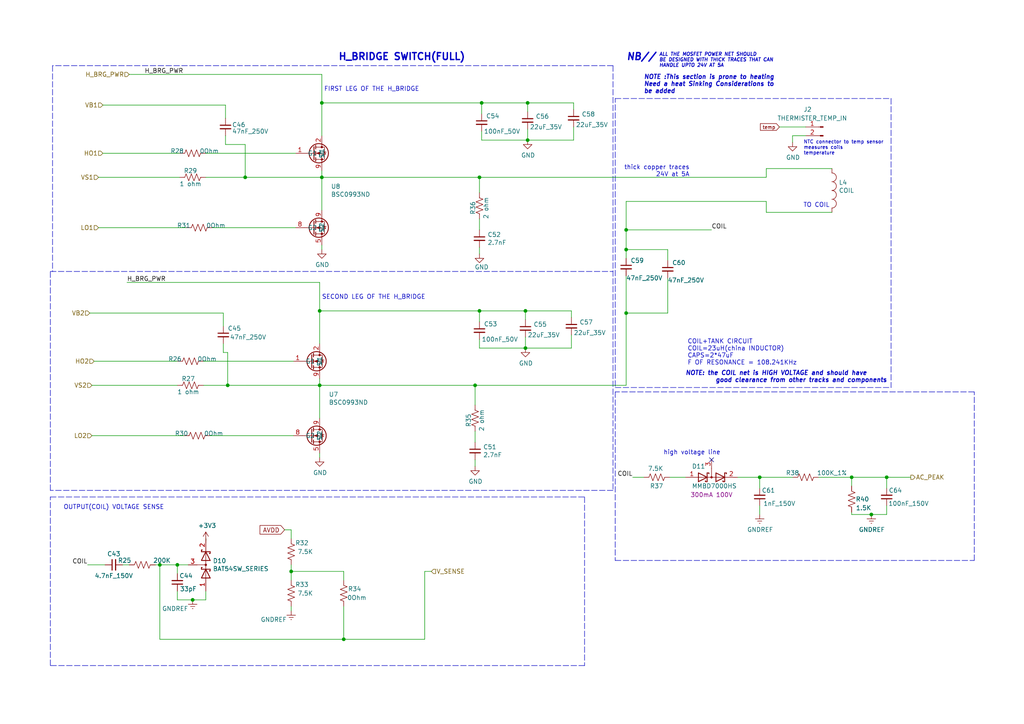
<source format=kicad_sch>
(kicad_sch (version 20211123) (generator eeschema)
  (paper "A4")
  (lib_symbols
    (symbol "Connector:Conn_01x02_Male" (pin_names (offset 1.016) hide)
      (property "Reference" "J" (at 0 2.54 0))
      (property "Value" "Conn_01x02_Male" (at 0 -5.08 0))
      (symbol "Conn_01x02_Male_1_1"
        (polyline (pts (xy 1.27 -2.54) (xy 0.8636 -2.54)) (stroke (width 0.1524)))
        (polyline (pts (xy 1.27 0) (xy 0.8636 0)) (stroke (width 0.1524)))
        (rectangle (start 0.8636 -2.413) (end 0 -2.667) (stroke (width 0.1524)) (fill (type outline)))
        (rectangle (start 0.8636 0.127) (end 0 -0.127) (stroke (width 0.1524)) (fill (type outline)))
        (pin passive line (at 5.08 0 180) (length 3.81) (name "Pin_1") (number "1"))
        (pin passive line (at 5.08 -2.54 180) (length 3.81) (name "Pin_2") (number "2"))
      )
    )
    (symbol "Device:C_Small" (pin_numbers hide) (pin_names (offset 0.254) hide)
      (property "Reference" "C" (at 0.254 1.778 0))
      (property "Value" "C_Small" (at 0.254 -2.032 0))
      (symbol "C_Small_0_1"
        (polyline (pts (xy -1.524 -0.508) (xy 1.524 -0.508)) (stroke (width 0.3302)))
        (polyline (pts (xy -1.524 0.508) (xy 1.524 0.508)) (stroke (width 0.3048)))
      )
      (symbol "C_Small_1_1"
        (pin passive line (at 0 2.54 270) (length 2.032) (name "~") (number "1"))
        (pin passive line (at 0 -2.54 90) (length 2.032) (name "~") (number "2"))
      )
    )
    (symbol "Device:D_Schottky_x2_Serial_AKC" (pin_names (offset 0.762) hide)
      (property "Reference" "D" (at 1.27 -2.54 0))
      (property "Value" "Device_D_Schottky_x2_Serial_AKC" (at 0 2.54 0))
      (symbol "D_Schottky_x2_Serial_AKC_0_1"
        (polyline (pts (xy -3.81 0) (xy 3.81 0)))
        (polyline (pts (xy 0 0) (xy 0 -2.54)))
        (polyline (pts (xy 6.35 0) (xy 7.62 0)))
        (polyline (pts (xy -1.27 -1.27) (xy -1.27 1.27) (xy -1.27 1.27)) (stroke (width 0.254)))
        (polyline (pts (xy 3.81 1.27) (xy 3.81 -1.27) (xy 3.81 -1.27)) (stroke (width 0.254)))
        (polyline (pts (xy -1.27 -1.27) (xy -0.762 -1.27) (xy -0.762 -1.016) (xy -0.762 -1.016)) (stroke (width 0.254)))
        (polyline (pts (xy 3.81 -1.27) (xy 4.318 -1.27) (xy 4.318 -1.016) (xy 4.318 -1.016)) (stroke (width 0.254)))
        (polyline (pts (xy 3.81 1.27) (xy 3.302 1.27) (xy 3.302 1.016) (xy 3.302 1.016)) (stroke (width 0.254)))
        (polyline (pts (xy -1.778 1.016) (xy -1.778 1.27) (xy -1.27 1.27) (xy -1.27 1.27) (xy -1.27 1.27)) (stroke (width 0.254)))
        (polyline (pts (xy -3.81 1.27) (xy -1.27 0) (xy -3.81 -1.27) (xy -3.81 1.27) (xy -3.81 1.27) (xy -3.81 1.27)) (stroke (width 0.254)))
        (polyline (pts (xy 1.27 1.27) (xy 3.81 0) (xy 1.27 -1.27) (xy 1.27 1.27) (xy 1.27 1.27) (xy 1.27 1.27)) (stroke (width 0.254)))
        (circle (center 0 0) (radius 0.254) (fill (type outline)))
        (pin passive line (at -7.62 0 0) (length 3.81) (name "A") (number "1"))
        (pin passive line (at 7.62 0 180) (length 3.81) (name "K") (number "2"))
        (pin passive line (at 0 -5.08 90) (length 2.54) (name "common") (number "3"))
      )
    )
    (symbol "Device:R_US" (pin_numbers hide) (pin_names (offset 0))
      (property "Reference" "R" (at 2.54 0 90))
      (property "Value" "R_US" (at -2.54 0 90))
      (symbol "R_US_0_1"
        (polyline (pts (xy 0 -2.286) (xy 0 -2.54)))
        (polyline (pts (xy 0 2.286) (xy 0 2.54)))
        (polyline (pts (xy 0 -0.762) (xy 1.016 -1.143) (xy 0 -1.524) (xy -1.016 -1.905) (xy 0 -2.286)))
        (polyline (pts (xy 0 0.762) (xy 1.016 0.381) (xy 0 0) (xy -1.016 -0.381) (xy 0 -0.762)))
        (polyline (pts (xy 0 2.286) (xy 1.016 1.905) (xy 0 1.524) (xy -1.016 1.143) (xy 0 0.762)))
      )
      (symbol "R_US_1_1"
        (pin passive line (at 0 3.81 270) (length 1.27) (name "~") (number "1"))
        (pin passive line (at 0 -3.81 90) (length 1.27) (name "~") (number "2"))
      )
    )
    (symbol "GCL_Drivers_FET&H-Bridges:BSC0993ND" (pin_names (offset 1.016))
      (property "Reference" "U" (at 0 3.81 0))
      (property "Value" "GCL_Drivers_FET&H-Bridges_BSC0993ND" (at 0 1.27 0))
      (symbol "BSC0993ND_1_1"
        (circle (center -0.889 -36.83) (radius 2.794) (stroke (width 0.254)))
        (circle (center -0.889 -15.24) (radius 2.794) (stroke (width 0.254)))
        (circle (center 0 -38.608) (radius 0.254) (fill (type outline)))
        (circle (center 0 -35.052) (radius 0.254) (fill (type outline)))
        (circle (center 0 -17.018) (radius 0.254) (fill (type outline)))
        (circle (center 0 -13.462) (radius 0.254) (fill (type outline)))
        (polyline (pts (xy -2.286 -36.83) (xy -5.08 -36.83)))
        (polyline (pts (xy -2.286 -34.925) (xy -2.286 -38.735)) (stroke (width 0.254)))
        (polyline (pts (xy -2.286 -15.24) (xy -5.08 -15.24)))
        (polyline (pts (xy -2.286 -13.335) (xy -2.286 -17.145)) (stroke (width 0.254)))
        (polyline (pts (xy -1.778 -38.1) (xy -1.778 -39.116)) (stroke (width 0.254)))
        (polyline (pts (xy -1.778 -36.322) (xy -1.778 -37.338)) (stroke (width 0.254)))
        (polyline (pts (xy -1.778 -34.544) (xy -1.778 -35.56)) (stroke (width 0.254)))
        (polyline (pts (xy -1.778 -16.51) (xy -1.778 -17.526)) (stroke (width 0.254)))
        (polyline (pts (xy -1.778 -14.732) (xy -1.778 -15.748)) (stroke (width 0.254)))
        (polyline (pts (xy -1.778 -12.954) (xy -1.778 -13.97)) (stroke (width 0.254)))
        (polyline (pts (xy 0 -34.29) (xy 0 -35.052)))
        (polyline (pts (xy 0 -12.7) (xy 0 -13.462)))
        (polyline (pts (xy 0 -39.37) (xy 0 -36.83) (xy -1.778 -36.83)))
        (polyline (pts (xy 0 -17.78) (xy 0 -15.24) (xy -1.778 -15.24)))
        (polyline (pts (xy -1.778 -38.608) (xy 0.762 -38.608) (xy 0.762 -35.052) (xy -1.778 -35.052)))
        (polyline (pts (xy -1.778 -17.018) (xy 0.762 -17.018) (xy 0.762 -13.462) (xy -1.778 -13.462)))
        (polyline (pts (xy -1.524 -36.83) (xy -0.508 -36.449) (xy -0.508 -37.211) (xy -1.524 -36.83)) (fill (type outline)))
        (polyline (pts (xy -1.524 -15.24) (xy -0.508 -14.859) (xy -0.508 -15.621) (xy -1.524 -15.24)) (fill (type outline)))
        (polyline (pts (xy 0.254 -36.322) (xy 0.381 -36.449) (xy 1.143 -36.449) (xy 1.27 -36.576)))
        (polyline (pts (xy 0.254 -14.732) (xy 0.381 -14.859) (xy 1.143 -14.859) (xy 1.27 -14.986)))
        (polyline (pts (xy 0.762 -36.449) (xy 0.381 -37.084) (xy 1.143 -37.084) (xy 0.762 -36.449)))
        (polyline (pts (xy 0.762 -14.859) (xy 0.381 -15.494) (xy 1.143 -15.494) (xy 0.762 -14.859)))
        (pin input line (at -7.62 -15.24 0) (length 2.54) (name "G1") (number "1"))
        (pin passive line (at 0 -10.16 270) (length 2.54) (name "D1") (number "2"))
        (pin passive line (at 0 -10.16 270) (length 2.54) hide (name "D1") (number "3"))
        (pin passive line (at 0 -10.16 270) (length 2.54) hide (name "D1") (number "4"))
        (pin passive line (at 0 -41.91 90) (length 2.54) (name "S2") (number "5"))
        (pin passive line (at 0 -41.91 90) (length 2.54) hide (name "S2") (number "6"))
        (pin passive line (at 0 -41.91 90) (length 2.54) hide (name "S2") (number "7"))
        (pin input line (at -7.62 -36.83 0) (length 2.54) (name "G2") (number "8"))
        (pin passive line (at 0 -31.75 270) (length 2.54) (name "D2") (number "9"))
        (pin passive line (at 0 -20.32 90) (length 2.54) (name "S1") (number "9"))
      )
    )
    (symbol "The_Qi_wireless_charger_tx-rescue:+3.3V-OLIMEX_Power" (power) (pin_names (offset 0))
      (property "Value" "+3.3V-OLIMEX_Power" (at 0 3.556 0))
      (symbol "+3.3V-OLIMEX_Power_0_1"
        (polyline (pts (xy -0.762 1.27) (xy 0 2.54)))
        (polyline (pts (xy 0 0) (xy 0 2.54)))
        (polyline (pts (xy 0 2.54) (xy 0.762 1.27)))
      )
      (symbol "+3.3V-OLIMEX_Power_1_1"
        (pin power_in line (at 0 0 90) (length 0) hide (name "+3V3") (number "1"))
      )
    )
    (symbol "The_Qi_wireless_charger_tx-rescue:GND-OLIMEX_Power" (power) (pin_names (offset 0))
      (property "Value" "GND-OLIMEX_Power" (at 0 -3.81 0))
      (symbol "GND-OLIMEX_Power_0_1"
        (polyline (pts (xy 0 0) (xy 0 -1.27) (xy 1.27 -1.27) (xy 0 -2.54) (xy -1.27 -1.27) (xy 0 -1.27)))
      )
      (symbol "GND-OLIMEX_Power_1_1"
        (pin power_in line (at 0 0 270) (length 0) hide (name "GND") (number "1"))
      )
    )
    (symbol "The_Qi_wireless_charger_tx-rescue:GNDREF-OLIMEX_Power" (power) (pin_names (offset 0))
      (property "Value" "GNDREF-OLIMEX_Power" (at 0 -3.81 0))
      (symbol "GNDREF-OLIMEX_Power_0_1"
        (polyline (pts (xy -0.635 -1.905) (xy 0.635 -1.905)))
        (polyline (pts (xy -0.127 -2.54) (xy 0.127 -2.54)))
        (polyline (pts (xy 0 -1.27) (xy 0 0)))
        (polyline (pts (xy 1.27 -1.27) (xy -1.27 -1.27)))
      )
      (symbol "GNDREF-OLIMEX_Power_1_1"
        (pin power_in line (at 0 0 270) (length 0) hide (name "GNDREF") (number "1"))
      )
    )
    (symbol "The_Qi_wireless_charger_tx-rescue:INDUCTOR_SMALL-OLIMEX_RCL" (pin_numbers hide) (pin_names (offset 0) hide)
      (property "Reference" "L" (at 0 2.54 0))
      (property "Value" "INDUCTOR_SMALL-OLIMEX_RCL" (at 0 -1.27 0))
      (symbol "INDUCTOR_SMALL-OLIMEX_RCL_0_1"
        (arc (start -2.54 0) (mid -3.81 1.27) (end -5.08 0))
        (arc (start 0 0) (mid -1.27 1.27) (end -2.54 0))
        (arc (start 2.54 0) (mid 1.27 1.27) (end 0 0))
        (arc (start 5.08 0) (mid 3.81 1.27) (end 2.54 0))
      )
      (symbol "INDUCTOR_SMALL-OLIMEX_RCL_1_1"
        (pin input line (at -6.35 0 0) (length 1.27) (name "1") (number "1"))
        (pin input line (at 6.35 0 180) (length 1.27) (name "2") (number "2"))
      )
    )
  )
  (junction (at 84.455 165.735))
  (junction (at 181.61 90.805))
  (junction (at 99.695 185.42))
  (junction (at 220.345 138.43))
  (junction (at 152.4 90.17))
  (junction (at 92.71 90.17))
  (junction (at 152.4 100.965))
  (junction (at 66.04 111.76))
  (junction (at 137.795 111.76))
  (junction (at 51.435 163.83))
  (junction (at 139.065 90.17))
  (junction (at 46.355 163.83))
  (junction (at 92.71 111.76))
  (junction (at 153.035 29.845))
  (junction (at 153.035 40.64))
  (junction (at 181.61 72.39))
  (junction (at 139.065 51.435))
  (junction (at 93.345 51.435))
  (junction (at 71.12 51.435))
  (junction (at 252.73 149.225))
  (junction (at 247.015 138.43))
  (junction (at 93.345 29.845))
  (junction (at 139.7 29.845))
  (junction (at 181.61 66.675))
  (junction (at 55.88 173.99))
  (junction (at 257.175 138.43))
  (no_connect (at 206.375 133.35))
  (wire (pts (xy 165.735 97.155) (xy 165.735 100.965)))
  (wire (pts (xy 51.435 171.45) (xy 51.435 173.99)))
  (wire (pts (xy 237.49 138.43) (xy 247.015 138.43)))
  (wire (pts (xy 85.725 66.04) (xy 61.595 66.04)))
  (wire (pts (xy 166.37 40.64) (xy 153.035 40.64)))
  (wire (pts (xy 93.345 29.845) (xy 139.7 29.845)))
  (wire (pts (xy 92.71 111.76) (xy 137.795 111.76)))
  (wire (pts (xy 137.795 135.255) (xy 137.795 133.35)))
  (wire (pts (xy 206.375 66.675) (xy 181.61 66.675)))
  (wire (pts (xy 93.345 21.59) (xy 93.345 29.845)))
  (wire (pts (xy 139.065 51.435) (xy 222.25 51.435)))
  (wire (pts (xy 92.71 90.17) (xy 92.71 99.695)))
  (polyline (pts (xy 169.545 144.145) (xy 169.545 193.04)))
  (wire (pts (xy 53.975 66.04) (xy 28.575 66.04)))
  (wire (pts (xy 257.175 141.605) (xy 257.175 138.43)))
  (wire (pts (xy 222.25 51.435) (xy 222.25 48.895)))
  (wire (pts (xy 247.015 138.43) (xy 247.015 140.97)))
  (wire (pts (xy 30.48 163.83) (xy 25.4 163.83)))
  (wire (pts (xy 51.435 166.37) (xy 51.435 163.83)))
  (wire (pts (xy 66.04 102.235) (xy 66.04 111.76)))
  (wire (pts (xy 252.73 149.225) (xy 257.175 149.225)))
  (polyline (pts (xy 177.8 19.05) (xy 177.8 142.24)))
  (polyline (pts (xy 14.605 142.24) (xy 14.605 78.74)))
  (wire (pts (xy 181.61 90.805) (xy 193.675 90.805)))
  (wire (pts (xy 152.4 90.17) (xy 152.4 92.71)))
  (wire (pts (xy 152.4 97.79) (xy 152.4 100.965)))
  (polyline (pts (xy 169.545 193.04) (xy 14.605 193.04)))
  (wire (pts (xy 181.61 72.39) (xy 181.61 74.93)))
  (wire (pts (xy 137.795 111.76) (xy 181.61 111.76)))
  (wire (pts (xy 82.55 153.67) (xy 84.455 153.67)))
  (wire (pts (xy 222.25 61.595) (xy 241.3 61.595)))
  (wire (pts (xy 59.69 173.99) (xy 59.69 171.45)))
  (wire (pts (xy 166.37 36.83) (xy 166.37 40.64)))
  (wire (pts (xy 46.355 163.83) (xy 51.435 163.83)))
  (wire (pts (xy 65.405 41.91) (xy 71.12 41.91)))
  (wire (pts (xy 51.435 173.99) (xy 55.88 173.99)))
  (wire (pts (xy 165.735 90.17) (xy 165.735 92.075)))
  (wire (pts (xy 99.695 165.735) (xy 99.695 168.275)))
  (polyline (pts (xy 14.605 78.74) (xy 177.8 78.74)))
  (wire (pts (xy 46.355 163.83) (xy 46.355 185.42)))
  (wire (pts (xy 65.405 39.37) (xy 65.405 41.91)))
  (wire (pts (xy 139.065 100.965) (xy 139.065 98.425)))
  (wire (pts (xy 194.31 138.43) (xy 198.755 138.43)))
  (wire (pts (xy 139.7 29.845) (xy 139.7 33.02)))
  (wire (pts (xy 71.12 41.91) (xy 71.12 51.435)))
  (wire (pts (xy 247.015 149.225) (xy 252.73 149.225)))
  (wire (pts (xy 64.77 99.695) (xy 64.77 102.235)))
  (wire (pts (xy 51.435 111.76) (xy 26.67 111.76)))
  (wire (pts (xy 139.7 40.64) (xy 139.7 38.1)))
  (polyline (pts (xy 282.575 113.665) (xy 178.435 113.665)))
  (wire (pts (xy 183.515 138.43) (xy 186.69 138.43)))
  (wire (pts (xy 93.345 29.845) (xy 93.345 39.37)))
  (polyline (pts (xy 178.435 112.395) (xy 258.445 112.395)))
  (wire (pts (xy 64.77 102.235) (xy 66.04 102.235)))
  (polyline (pts (xy 178.435 45.72) (xy 178.435 28.575)))
  (wire (pts (xy 92.71 90.17) (xy 139.065 90.17)))
  (polyline (pts (xy 177.8 19.05) (xy 15.24 19.05)))
  (wire (pts (xy 85.09 126.365) (xy 60.96 126.365)))
  (wire (pts (xy 51.435 163.83) (xy 54.61 163.83)))
  (wire (pts (xy 181.61 80.01) (xy 181.61 90.805)))
  (polyline (pts (xy 14.605 144.145) (xy 169.545 144.145)))
  (wire (pts (xy 166.37 29.845) (xy 166.37 31.75)))
  (wire (pts (xy 59.69 156.845) (xy 59.69 156.21)))
  (wire (pts (xy 139.7 29.845) (xy 153.035 29.845)))
  (wire (pts (xy 181.61 66.675) (xy 181.61 72.39)))
  (wire (pts (xy 181.61 111.76) (xy 181.61 90.805)))
  (wire (pts (xy 139.065 66.675) (xy 139.065 63.5)))
  (wire (pts (xy 99.695 185.42) (xy 46.355 185.42)))
  (wire (pts (xy 84.455 168.275) (xy 84.455 165.735)))
  (wire (pts (xy 93.345 51.435) (xy 93.345 49.53)))
  (wire (pts (xy 55.88 173.99) (xy 59.69 173.99)))
  (wire (pts (xy 84.455 165.735) (xy 99.695 165.735)))
  (wire (pts (xy 85.09 104.775) (xy 59.055 104.775)))
  (wire (pts (xy 229.87 39.37) (xy 229.87 41.275)))
  (wire (pts (xy 153.035 29.845) (xy 153.035 32.385)))
  (wire (pts (xy 181.61 58.42) (xy 222.25 58.42)))
  (wire (pts (xy 99.695 185.42) (xy 123.19 185.42)))
  (wire (pts (xy 257.175 138.43) (xy 264.16 138.43)))
  (wire (pts (xy 181.61 58.42) (xy 181.61 66.675)))
  (polyline (pts (xy 14.605 193.04) (xy 14.605 144.145)))
  (wire (pts (xy 137.795 128.27) (xy 137.795 125.095)))
  (wire (pts (xy 139.065 90.17) (xy 139.065 93.345)))
  (wire (pts (xy 92.71 121.285) (xy 92.71 111.76)))
  (wire (pts (xy 51.435 104.775) (xy 27.305 104.775)))
  (wire (pts (xy 247.015 138.43) (xy 257.175 138.43)))
  (wire (pts (xy 93.345 51.435) (xy 139.065 51.435)))
  (wire (pts (xy 193.675 72.39) (xy 193.675 75.565)))
  (wire (pts (xy 85.725 44.45) (xy 59.69 44.45)))
  (wire (pts (xy 64.77 90.805) (xy 64.77 94.615)))
  (wire (pts (xy 222.25 48.895) (xy 241.3 48.895)))
  (wire (pts (xy 165.735 100.965) (xy 152.4 100.965)))
  (polyline (pts (xy 178.435 162.56) (xy 282.575 162.56)))
  (wire (pts (xy 257.175 149.225) (xy 257.175 146.685)))
  (wire (pts (xy 99.695 175.895) (xy 99.695 185.42)))
  (wire (pts (xy 123.19 185.42) (xy 123.19 165.735)))
  (wire (pts (xy 233.68 36.83) (xy 226.06 36.83)))
  (wire (pts (xy 152.4 90.17) (xy 165.735 90.17)))
  (polyline (pts (xy 177.8 142.24) (xy 14.605 142.24)))
  (wire (pts (xy 137.795 117.475) (xy 137.795 111.76)))
  (wire (pts (xy 153.035 29.845) (xy 166.37 29.845)))
  (wire (pts (xy 66.04 111.76) (xy 92.71 111.76)))
  (wire (pts (xy 92.71 111.76) (xy 92.71 109.855)))
  (wire (pts (xy 220.345 138.43) (xy 220.345 141.605)))
  (wire (pts (xy 139.065 73.66) (xy 139.065 71.755)))
  (wire (pts (xy 153.035 40.64) (xy 139.7 40.64)))
  (wire (pts (xy 28.575 51.435) (xy 52.07 51.435)))
  (wire (pts (xy 92.71 132.715) (xy 92.71 131.445)))
  (wire (pts (xy 139.065 90.17) (xy 152.4 90.17)))
  (wire (pts (xy 84.455 153.67) (xy 84.455 156.21)))
  (wire (pts (xy 84.455 177.165) (xy 84.455 175.895)))
  (wire (pts (xy 65.405 30.48) (xy 65.405 34.29)))
  (wire (pts (xy 26.035 90.805) (xy 64.77 90.805)))
  (wire (pts (xy 92.71 81.915) (xy 92.71 90.17)))
  (wire (pts (xy 59.69 51.435) (xy 71.12 51.435)))
  (polyline (pts (xy 178.435 28.575) (xy 258.445 28.575)))
  (wire (pts (xy 233.68 39.37) (xy 229.87 39.37)))
  (wire (pts (xy 222.25 58.42) (xy 222.25 61.595)))
  (polyline (pts (xy 178.435 46.355) (xy 178.435 112.395)))
  (wire (pts (xy 220.345 138.43) (xy 229.87 138.43)))
  (wire (pts (xy 52.07 44.45) (xy 29.845 44.45)))
  (wire (pts (xy 153.035 37.465) (xy 153.035 40.64)))
  (wire (pts (xy 35.56 163.83) (xy 37.465 163.83)))
  (wire (pts (xy 152.4 100.965) (xy 139.065 100.965)))
  (wire (pts (xy 139.065 55.88) (xy 139.065 51.435)))
  (wire (pts (xy 37.465 21.59) (xy 93.345 21.59)))
  (wire (pts (xy 213.995 138.43) (xy 220.345 138.43)))
  (wire (pts (xy 181.61 72.39) (xy 193.675 72.39)))
  (wire (pts (xy 59.055 111.76) (xy 66.04 111.76)))
  (wire (pts (xy 71.12 51.435) (xy 93.345 51.435)))
  (wire (pts (xy 247.015 148.59) (xy 247.015 149.225)))
  (polyline (pts (xy 15.24 19.05) (xy 15.24 78.74)))
  (wire (pts (xy 36.83 81.915) (xy 92.71 81.915)))
  (wire (pts (xy 29.845 30.48) (xy 65.405 30.48)))
  (polyline (pts (xy 258.445 28.575) (xy 258.445 112.395)))
  (wire (pts (xy 93.345 60.96) (xy 93.345 51.435)))
  (wire (pts (xy 193.675 80.645) (xy 193.675 90.805)))
  (wire (pts (xy 220.345 146.685) (xy 220.345 149.225)))
  (polyline (pts (xy 282.575 162.56) (xy 282.575 113.665)))
  (wire (pts (xy 123.19 165.735) (xy 125.095 165.735)))
  (wire (pts (xy 84.455 163.83) (xy 84.455 165.735)))
  (wire (pts (xy 53.34 126.365) (xy 26.67 126.365)))
  (polyline (pts (xy 178.435 113.665) (xy 178.435 162.56)))
  (wire (pts (xy 93.345 72.39) (xy 93.345 71.12)))
  (wire (pts (xy 45.085 163.83) (xy 46.355 163.83)))
  (text " H_BRIDGE SWITCH(FULL)" (at 96.52 17.78 0) (effects (font (size 2.0066 2.0066) (thickness 0.4013) bold) (justify left bottom)))
  (text "COIL+TANK CIRCUIT\nCOIL=23uH(china INDUCTOR)\nCAPS=2*47uF\nF OF RESONANCE = 108.241KHz" (at 199.39 106.045 0) (effects (font (size 1.27 1.27)) (justify left bottom)))
  (text "NOTE :This section is prone to heating \nNeed a heat Sinking Considerations to \nbe added" (at 186.69 27.305 0) (effects (font (size 1.27 1.27) (thickness 0.254) bold italic) (justify left bottom)))
  (text "NOTE: the COIL net is HIGH VOLTAGE and should have \n         good clearance from other tracks and components" (at 198.755 111.125 0) (effects (font (size 1.27 1.27) (thickness 0.254) bold italic) (justify left bottom)))
  (text "FIRST LEG OF THE H_BRIDGE" (at 93.98 26.67 0) (effects (font (size 1.27 1.27)) (justify left bottom)))
  (text "NTC connector to temp sensor\nmeasures coils \ntemperature" (at 233.045 45.085 0) (effects (font (size 0.9906 0.9906)) (justify left bottom)))
  (text "ALL THE MOSFET POWER NET SHOULD\nBE DESIGNED WITH THICK TRACES THAT CAN \nHANDLE UPTO 24V AT 5A" (at 191.135 19.685 0) (effects (font (size 0.9906 0.9906) (thickness 0.1981) bold italic) (justify left bottom)))
  (text "NB//\n" (at 181.61 17.78 0) (effects (font (size 2.0066 2.0066) (thickness 0.4013) bold italic) (justify left bottom)))
  (text "thick copper traces\n24V at 5A" (at 200.025 51.435 180) (effects (font (size 1.27 1.27)) (justify right bottom)))
  (text "OUTPUT(COIL) VOLTAGE SENSE" (at 47.625 147.955 180) (effects (font (size 1.27 1.27)) (justify right bottom)))
  (text "high voltage line" (at 192.405 132.08 0) (effects (font (size 1.27 1.27)) (justify left bottom)))
  (text "TO COIL\n" (at 240.665 60.325 180) (effects (font (size 1.27 1.27)) (justify right bottom)))
  (text "SECOND LEG OF THE H_BRIDGE" (at 93.345 86.995 0) (effects (font (size 1.27 1.27)) (justify left bottom)))
  (label "H_BRG_PWR" (at 41.91 21.59 0))
  (label "COIL" (at 206.375 66.675 0))
  (label "H_BRG_PWR" (at 36.83 81.915 0))
  (label "COIL" (at 25.4 163.83 180))
  (label "COIL" (at 183.515 138.43 180))
  (global_label "AVDD" (shape input) (at 82.55 153.67 180) (property "Intersheet References" "${INTERSHEET_REFS}" (effects hide)))
  (global_label "temp" (shape input) (at 226.06 36.83 180) (effects (font (size 0.9906 0.9906))) (property "Intersheet References" "${INTERSHEET_REFS}" (effects hide)))
  (hierarchical_label "H_BRG_PWR" (shape input) (at 37.465 21.59 180))
  (hierarchical_label "LO2" (shape input) (at 26.67 126.365 180))
  (hierarchical_label "VB2" (shape input) (at 26.035 90.805 180))
  (hierarchical_label "VB1" (shape input) (at 29.845 30.48 180))
  (hierarchical_label "V_SENSE" (shape input) (at 125.095 165.735 0))
  (hierarchical_label "AC_PEAK" (shape output) (at 264.16 138.43 0))
  (hierarchical_label "HO1" (shape input) (at 29.845 44.45 180))
  (hierarchical_label "HO2" (shape input) (at 27.305 104.775 180))
  (hierarchical_label "VS2" (shape input) (at 26.67 111.76 180))
  (hierarchical_label "LO1" (shape input) (at 28.575 66.04 180))
  (hierarchical_label "VS1" (shape input) (at 28.575 51.435 180))
  (symbol (lib_id "GCL_Drivers_FET&H-Bridges:BSC0993ND") (at 93.345 29.21 0) (unit 1)
    (property "Reference" "U8" (at 95.9866 54.0766 0) (effects (justify left)))
    (property "Value" "BSC0993ND" (at 95.9866 56.388 0) (effects (justify left)))
    (property "Footprint" "greencharge-footprints:BSC0993ND" (effects hide))
  )
  (symbol (lib_id "Device:R_US") (at 55.88 44.45 90) (unit 1)
    (property "Reference" "R28" (at 53.34 43.815 90) (effects (justify left)))
    (property "Value" "0Ohm" (at 63.5 43.815 90) (effects (justify left)))
    (property "Footprint" "Resistor_SMD:R_0603_1608Metric" (effects hide))
    (property "MFR" "0603WAJ0000T5E" (effects hide))
    (property "Vendor" "LCSC" (effects hide))
  )
  (symbol (lib_id "Device:C_Small") (at 139.7 35.56 0) (unit 1)
    (property "Reference" "C54" (at 140.97 33.655 0) (effects (justify left)))
    (property "Value" "100nF_50V" (at 140.335 38.1 0) (effects (justify left)))
    (property "Footprint" "Capacitor_SMD:C_0402_1005Metric" (effects hide))
    (property "MFR" "0402F104M500NT" (effects hide))
    (property "Vendor" "LCSC" (effects hide))
  )
  (symbol (lib_id "The_Qi_wireless_charger_tx-rescue:GND-OLIMEX_Power") (at 153.035 40.64 0) (unit 1)
    (property "Reference" "#PWR0146" (effects hide))
    (property "Value" "GND" (at 153.162 45.0342 0))
  )
  (symbol (lib_id "Device:C_Small") (at 139.065 69.215 0) (unit 1)
    (property "Reference" "C52" (at 141.4018 68.0466 0) (effects (justify left)))
    (property "Value" "2.7nF" (at 141.4018 70.358 0) (effects (justify left)))
    (property "Footprint" "Capacitor_SMD:C_0402_1005Metric" (effects hide))
    (property "MFR" "0402B272K500NT" (effects hide))
    (property "Vendor" "LCSC" (effects hide))
  )
  (symbol (lib_id "The_Qi_wireless_charger_tx-rescue:GND-OLIMEX_Power") (at 139.065 73.66 0) (unit 1)
    (property "Reference" "#PWR0147" (effects hide))
    (property "Value" "GND" (at 139.7 77.47 0))
  )
  (symbol (lib_id "The_Qi_wireless_charger_tx-rescue:GND-OLIMEX_Power") (at 93.345 72.39 0) (unit 1)
    (property "Reference" "#PWR0148" (effects hide))
    (property "Value" "GND" (at 93.472 76.7842 0))
  )
  (symbol (lib_id "GCL_Drivers_FET&H-Bridges:BSC0993ND") (at 92.71 89.535 0) (unit 1)
    (property "Reference" "U7" (at 95.3516 114.4016 0) (effects (justify left)))
    (property "Value" "BSC0993ND" (at 95.3516 116.713 0) (effects (justify left)))
    (property "Footprint" "greencharge-footprints:BSC0993ND" (effects hide))
  )
  (symbol (lib_id "Device:C_Small") (at 152.4 95.25 0) (unit 1)
    (property "Reference" "C55" (at 154.7368 94.0816 0) (effects (justify left)))
    (property "Value" "22uF_35V" (at 153.035 97.155 0) (effects (justify left)))
    (property "Footprint" "Capacitor_SMD:C_0805_2012Metric" (effects hide))
    (property "MFR" "C3216X5R1V226MTJ00E" (effects hide))
    (property "Vendor" "LCSC" (effects hide))
  )
  (symbol (lib_id "The_Qi_wireless_charger_tx-rescue:GND-OLIMEX_Power") (at 152.4 100.965 0) (unit 1)
    (property "Reference" "#PWR0149" (effects hide))
    (property "Value" "GND" (at 152.527 105.3592 0))
  )
  (symbol (lib_id "The_Qi_wireless_charger_tx-rescue:GND-OLIMEX_Power") (at 92.71 132.715 0) (unit 1)
    (property "Reference" "#PWR0150" (effects hide))
    (property "Value" "GND" (at 92.837 137.1092 0))
  )
  (symbol (lib_id "The_Qi_wireless_charger_tx-rescue:GND-OLIMEX_Power") (at 137.795 135.255 0) (unit 1)
    (property "Reference" "#PWR0151" (effects hide))
    (property "Value" "GND" (at 137.922 139.6492 0))
  )
  (symbol (lib_id "Device:R_US") (at 99.695 172.085 180) (unit 1)
    (property "Reference" "R34" (at 102.87 170.815 0))
    (property "Value" "0Ohm" (at 103.505 173.355 0))
    (property "Footprint" "Resistor_SMD:R_0603_1608Metric" (effects hide))
    (property "MFR" "1206W4J0000T5E" (effects hide))
    (property "Vendor" "LCSC" (effects hide))
  )
  (symbol (lib_id "Device:R_US") (at 57.785 66.04 90) (unit 1)
    (property "Reference" "R31" (at 55.245 65.405 90) (effects (justify left)))
    (property "Value" "0Ohm" (at 65.405 65.405 90) (effects (justify left)))
    (property "Footprint" "Resistor_SMD:R_0603_1608Metric" (effects hide))
    (property "MFR" "0603WAJ0000T5E" (effects hide))
    (property "Vendor" "LCSC" (effects hide))
  )
  (symbol (lib_id "Device:R_US") (at 55.245 104.775 90) (unit 1)
    (property "Reference" "R26" (at 52.705 104.14 90) (effects (justify left)))
    (property "Value" "0Ohm" (at 62.865 104.14 90) (effects (justify left)))
    (property "Footprint" "Resistor_SMD:R_0603_1608Metric" (effects hide))
    (property "MFR" "0603WAJ0000T5E" (effects hide))
    (property "Vendor" "LCSC" (effects hide))
  )
  (symbol (lib_id "Device:R_US") (at 57.15 126.365 90) (unit 1)
    (property "Reference" "R30" (at 54.61 125.73 90) (effects (justify left)))
    (property "Value" "0Ohm" (at 64.77 125.73 90) (effects (justify left)))
    (property "Footprint" "Resistor_SMD:R_0603_1608Metric" (effects hide))
    (property "MFR" "0603WAJ0000T5E" (effects hide))
    (property "Vendor" "LCSC" (effects hide))
  )
  (symbol (lib_id "Device:R_US") (at 55.88 51.435 270) (unit 1)
    (property "Reference" "R29" (at 55.245 49.53 90))
    (property "Value" "1 ohm" (at 55.245 53.34 90))
    (property "Footprint" "Resistor_SMD:R_0603_1608Metric" (effects hide))
    (property "MFR" "0603WAF100KT5E" (effects hide))
    (property "Vendor" "LCSC" (effects hide))
  )
  (symbol (lib_id "Device:R_US") (at 139.065 59.69 0) (unit 1)
    (property "Reference" "R36" (at 137.16 60.325 90))
    (property "Value" "2 ohm" (at 140.97 60.325 90))
    (property "Footprint" "Resistor_SMD:R_0603_1608Metric" (effects hide))
    (property "MFR" "ERJ3GEYJ2R0V" (effects hide))
    (property "Vendor" "LCSC" (effects hide))
  )
  (symbol (lib_id "The_Qi_wireless_charger_tx-rescue:INDUCTOR_SMALL-OLIMEX_RCL") (at 241.3 55.245 270) (unit 1)
    (property "Reference" "L4" (at 243.2812 52.9336 90) (effects (justify left)))
    (property "Value" "COIL" (at 243.2812 55.245 90) (effects (justify left)))
    (property "Footprint" "greencharge-footprints:coil_760308102144" (effects hide))
    (property "Vendor" "DigiKey" (effects hide))
  )
  (symbol (lib_id "Device:C_Small") (at 193.675 78.105 0) (unit 1)
    (property "Reference" "C60" (at 194.945 76.2 0) (effects (justify left)))
    (property "Value" "47nF_250V" (at 193.675 81.28 0) (effects (justify left)))
    (property "Footprint" "Capacitor_SMD:C_0805_2012Metric" (effects hide))
    (property "MFR" "C3225C0G2E473JT000N" (effects hide))
    (property "Vendor" "LCSC" (effects hide))
  )
  (symbol (lib_id "Connector:Conn_01x02_Male") (at 238.76 36.83 0) (mirror y) (unit 1)
    (property "Reference" "J2" (at 233.045 31.75 0) (effects (justify right)))
    (property "Value" "THERMISTER_TEMP_IN" (at 225.425 34.29 0) (effects (justify right)))
    (property "Footprint" "Connector_JST:JST_EH_B2B-EH-A_1x02_P2.50mm_Vertical" (effects hide))
  )
  (symbol (lib_id "The_Qi_wireless_charger_tx-rescue:GND-OLIMEX_Power") (at 229.87 41.275 0) (unit 1)
    (property "Reference" "#PWR0122" (effects hide))
    (property "Value" "GND" (at 229.997 45.6692 0))
  )
  (symbol (lib_id "Device:C_Small") (at 181.61 77.47 0) (unit 1)
    (property "Reference" "C59" (at 182.88 75.565 0) (effects (justify left)))
    (property "Value" "47nF_250V" (at 181.61 80.645 0) (effects (justify left)))
    (property "Footprint" "Capacitor_SMD:C_0805_2012Metric" (effects hide))
    (property "MFR" "C3225C0G2E473JT000N" (effects hide))
    (property "Vendor" "LCSC" (effects hide))
  )
  (symbol (lib_id "Device:D_Schottky_x2_Serial_AKC") (at 206.375 138.43 0) (mirror x) (unit 1)
    (property "Reference" "D11" (at 200.66 135.255 0) (effects (justify left)))
    (property "Value" "MMBD7000HS" (at 200.66 140.97 0) (effects (justify left)))
    (property "Footprint" "Package_TO_SOT_SMD:SOT-23" (effects hide))
    (property "Vendor" "DigiKey" (effects hide))
    (property "MFR" "MMBD7000HS" (effects hide))
    (property "Description" "300mA 100V" (at 206.375 143.51 0))
  )
  (symbol (lib_id "Device:R_US") (at 190.5 138.43 90) (unit 1)
    (property "Reference" "R37" (at 192.405 140.97 90) (effects (justify left)))
    (property "Value" "7.5K" (at 192.405 135.89 90) (effects (justify left)))
    (property "Footprint" "Resistor_SMD:R_0805_2012Metric" (effects hide))
    (property "MFR" "ERJP06F7501V" (effects hide))
    (property "Vendor" "LCSC" (effects hide))
    (property "Description" "300mA/100v" (effects hide))
  )
  (symbol (lib_id "Device:C_Small") (at 220.345 144.145 180) (unit 1)
    (property "Reference" "C61" (at 222.885 142.24 0))
    (property "Value" "1nF_150V" (at 226.06 146.05 0))
    (property "Footprint" "Capacitor_SMD:C_0603_1608Metric" (effects hide))
    (property "MFR" "0603B102K201CT" (effects hide))
    (property "Vendor" "LCSC" (effects hide))
  )
  (symbol (lib_id "The_Qi_wireless_charger_tx-rescue:GNDREF-OLIMEX_Power") (at 220.345 149.225 0) (unit 1)
    (property "Reference" "#PWR0157" (effects hide))
    (property "Value" "GNDREF" (at 220.472 153.6192 0))
  )
  (symbol (lib_id "Device:R_US") (at 247.015 144.78 180) (unit 1)
    (property "Reference" "R40" (at 252.095 144.78 0) (effects (justify left)))
    (property "Value" "1.5K" (at 252.73 147.32 0) (effects (justify left)))
    (property "Footprint" "Resistor_SMD:R_1206_3216Metric" (effects hide))
    (property "MFR" "CRCW12061K50FKEA" (effects hide))
    (property "Vendor" "LCSC" (effects hide))
  )
  (symbol (lib_id "Device:C_Small") (at 257.175 144.145 180) (unit 1)
    (property "Reference" "C64" (at 259.715 142.24 0))
    (property "Value" "100nF_150V" (at 263.525 146.05 0))
    (property "Footprint" "Capacitor_SMD:C_0805_2012Metric" (effects hide))
    (property "MFR" "FM21X104K201ECG" (effects hide))
    (property "Vendor" "LCSC" (effects hide))
  )
  (symbol (lib_id "The_Qi_wireless_charger_tx-rescue:GNDREF-OLIMEX_Power") (at 252.73 149.225 0) (unit 1)
    (property "Reference" "#PWR0156" (effects hide))
    (property "Value" "GNDREF" (at 252.857 153.6192 0))
  )
  (symbol (lib_id "Device:C_Small") (at 33.02 163.83 90) (unit 1)
    (property "Reference" "C43" (at 33.02 160.655 90))
    (property "Value" "4.7nF_150V" (at 33.02 167.005 90))
    (property "Footprint" "Capacitor_SMD:C_0805_2012Metric" (effects hide))
    (property "MFR" "C0805C472K2RECAUTO" (effects hide))
    (property "Vendor" "DigiKey" (effects hide))
  )
  (symbol (lib_id "Device:R_US") (at 41.275 163.83 90) (unit 1)
    (property "Reference" "R25" (at 38.1 162.56 90) (effects (justify left)))
    (property "Value" "200K" (at 49.53 162.56 90) (effects (justify left)))
    (property "Footprint" "Resistor_SMD:R_0603_1608Metric" (effects hide))
    (property "MFR" "RS-06K2003FT" (effects hide))
    (property "Vendor" "LCSC" (effects hide))
  )
  (symbol (lib_id "Device:D_Schottky_x2_Serial_AKC") (at 59.69 163.83 270) (mirror x) (unit 1)
    (property "Reference" "D10" (at 61.722 162.6616 90) (effects (justify left)))
    (property "Value" "BAT54SW_SERIES" (at 61.722 164.973 90) (effects (justify left)))
    (property "Footprint" "Package_TO_SOT_SMD:SOT-323_SC-70" (effects hide))
    (property "MFR" "BAT54SW L44" (effects hide))
  )
  (symbol (lib_id "Device:C_Small") (at 51.435 168.91 180) (unit 1)
    (property "Reference" "C44" (at 53.975 167.005 0))
    (property "Value" "33pF" (at 54.61 170.815 0))
    (property "Footprint" "Capacitor_SMD:C_0402_1005Metric" (effects hide))
    (property "MFR" "CC0805JRNPOABN330" (effects hide))
    (property "Vendor" "DigiKey" (effects hide))
  )
  (symbol (lib_id "The_Qi_wireless_charger_tx-rescue:GNDREF-OLIMEX_Power") (at 55.88 173.99 0) (unit 1)
    (property "Reference" "#PWR0152" (effects hide))
    (property "Value" "GNDREF" (at 50.8 176.53 0))
  )
  (symbol (lib_id "The_Qi_wireless_charger_tx-rescue:+3.3V-OLIMEX_Power") (at 59.69 156.845 0) (unit 1)
    (property "Reference" "#PWR0153" (effects hide))
    (property "Value" "+3.3V" (at 60.071 152.4508 0))
  )
  (symbol (lib_id "The_Qi_wireless_charger_tx-rescue:GNDREF-OLIMEX_Power") (at 84.455 177.165 0) (unit 1)
    (property "Reference" "#PWR0154" (effects hide))
    (property "Value" "GNDREF" (at 79.375 179.705 0))
  )
  (symbol (lib_id "Device:R_US") (at 55.245 111.76 270) (unit 1)
    (property "Reference" "R27" (at 54.61 109.855 90))
    (property "Value" "1 ohm" (at 54.61 113.665 90))
    (property "Footprint" "Resistor_SMD:R_0603_1608Metric" (effects hide))
    (property "MFR" "0603WAF100KT5E" (effects hide))
    (property "Vendor" "LCSC" (effects hide))
  )
  (symbol (lib_id "Device:C_Small") (at 137.795 130.81 0) (unit 1)
    (property "Reference" "C51" (at 140.1318 129.6416 0) (effects (justify left)))
    (property "Value" "2.7nF" (at 140.1318 131.953 0) (effects (justify left)))
    (property "Footprint" "Capacitor_SMD:C_0402_1005Metric" (effects hide))
    (property "MFR" "0402B272K500NT" (effects hide))
    (property "Vendor" "LCSC" (effects hide))
  )
  (symbol (lib_id "Device:C_Small") (at 139.065 95.885 0) (unit 1)
    (property "Reference" "C53" (at 140.335 93.98 0) (effects (justify left)))
    (property "Value" "100nF_50V" (at 139.7 98.425 0) (effects (justify left)))
    (property "Footprint" "Capacitor_SMD:C_0402_1005Metric" (effects hide))
    (property "MFR" "0402F104M500NT" (effects hide))
    (property "Vendor" "LCSC" (effects hide))
  )
  (symbol (lib_id "Device:C_Small") (at 165.735 94.615 0) (unit 1)
    (property "Reference" "C57" (at 168.0718 93.4466 0) (effects (justify left)))
    (property "Value" "22uF_35V" (at 166.37 96.52 0) (effects (justify left)))
    (property "Footprint" "Capacitor_SMD:C_0805_2012Metric" (effects hide))
    (property "MFR" "C3216X5R1V226MTJ00E" (effects hide))
    (property "Vendor" "LCSC" (effects hide))
  )
  (symbol (lib_id "Device:C_Small") (at 153.035 34.925 0) (unit 1)
    (property "Reference" "C56" (at 155.3718 33.7566 0) (effects (justify left)))
    (property "Value" "22uF_35V" (at 153.67 36.83 0) (effects (justify left)))
    (property "Footprint" "Capacitor_SMD:C_0805_2012Metric" (effects hide))
    (property "MFR" "C3216X5R1V226MTJ00E" (effects hide))
    (property "Vendor" "LCSC" (effects hide))
  )
  (symbol (lib_id "Device:C_Small") (at 166.37 34.29 0) (unit 1)
    (property "Reference" "C58" (at 168.7068 33.1216 0) (effects (justify left)))
    (property "Value" "22uF_35V" (at 167.005 36.195 0) (effects (justify left)))
    (property "Footprint" "Capacitor_SMD:C_0805_2012Metric" (effects hide))
    (property "MFR" "C3216X5R1V226MTJ00E" (effects hide))
    (property "Vendor" "LCSC" (effects hide))
  )
  (symbol (lib_id "Device:R_US") (at 137.795 121.285 0) (unit 1)
    (property "Reference" "R35" (at 135.89 121.92 90))
    (property "Value" "2 ohm" (at 139.7 121.92 90))
    (property "Footprint" "Resistor_SMD:R_0603_1608Metric" (effects hide))
    (property "MFR" "ERJ3GEYJ2R0V" (effects hide))
    (property "Vendor" "LCSC" (effects hide))
  )
  (symbol (lib_id "Device:R_US") (at 233.68 138.43 90) (unit 1)
    (property "Reference" "R38" (at 229.87 137.16 90))
    (property "Value" "100K_1%" (at 241.3 137.16 90))
    (property "Footprint" "Resistor_SMD:R_0603_1608Metric" (effects hide))
    (property "MFR" "RC0603FR-07100KL" (effects hide))
    (property "Vendor" "LCSC" (effects hide))
  )
  (symbol (lib_id "Device:R_US") (at 84.455 160.02 180) (unit 1)
    (property "Reference" "R32" (at 89.535 157.48 0) (effects (justify left)))
    (property "Value" "7.5K" (at 90.805 160.02 0) (effects (justify left)))
    (property "Footprint" "Resistor_SMD:R_0402_1005Metric" (effects hide))
    (property "MFR" "ERJP06F7501V" (effects hide))
    (property "Vendor" "LCSC" (effects hide))
  )
  (symbol (lib_id "Device:R_US") (at 84.455 172.085 180) (unit 1)
    (property "Reference" "R33" (at 89.535 169.545 0) (effects (justify left)))
    (property "Value" "7.5K" (at 90.805 172.085 0) (effects (justify left)))
    (property "Footprint" "Resistor_SMD:R_0402_1005Metric" (effects hide))
    (property "MFR" "ERJP06F7501V" (effects hide))
    (property "Vendor" "LCSC" (effects hide))
  )
  (symbol (lib_id "Device:C_Small") (at 65.405 36.83 0) (unit 1)
    (property "Reference" "C46" (at 67.31 36.195 0) (effects (justify left)))
    (property "Value" "47nF_250V" (at 67.31 38.1 0) (effects (justify left)))
    (property "Footprint" "Capacitor_SMD:C_0805_2012Metric" (effects hide))
    (property "MFR" "C1206C473KAREC7800" (effects hide))
    (property "Vendor" "DigiKey" (effects hide))
  )
  (symbol (lib_id "Device:C_Small") (at 64.77 97.155 0) (unit 1)
    (property "Reference" "C45" (at 66.04 95.25 0) (effects (justify left)))
    (property "Value" "47nF_250V" (at 66.675 97.79 0) (effects (justify left)))
    (property "Footprint" "Capacitor_SMD:C_0805_2012Metric" (effects hide))
    (property "MFR" "C1206C473KAREC7800" (effects hide))
    (property "Vendor" "DigiKey" (effects hide))
  )
)
</source>
